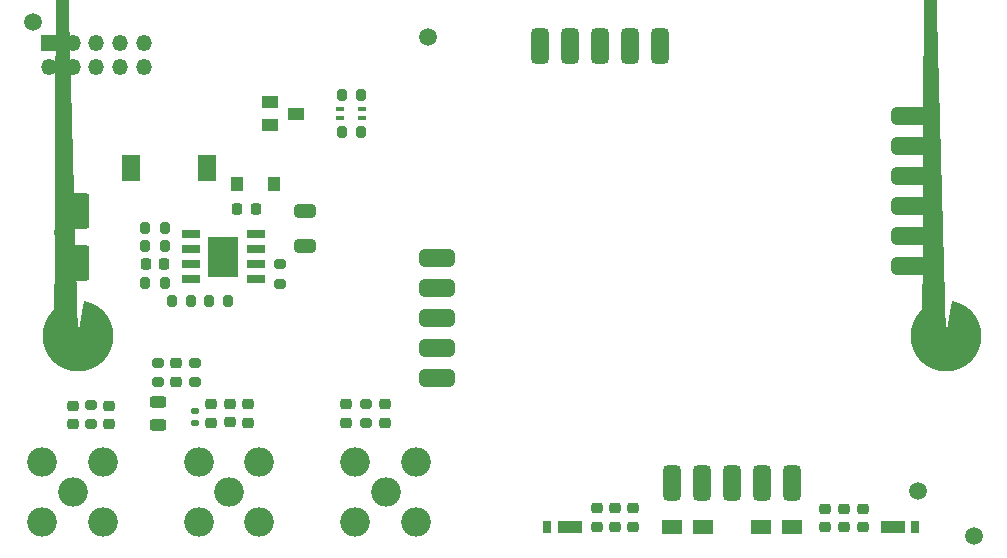
<source format=gts>
G04 #@! TF.GenerationSoftware,KiCad,Pcbnew,9.0.0*
G04 #@! TF.CreationDate,2025-09-02T13:29:40+03:00*
G04 #@! TF.ProjectId,GSM_SMA_V1.0,47534d5f-534d-4415-9f56-312e302e6b69,rev?*
G04 #@! TF.SameCoordinates,Original*
G04 #@! TF.FileFunction,Soldermask,Top*
G04 #@! TF.FilePolarity,Negative*
%FSLAX46Y46*%
G04 Gerber Fmt 4.6, Leading zero omitted, Abs format (unit mm)*
G04 Created by KiCad (PCBNEW 9.0.0) date 2025-09-02 13:29:40*
%MOMM*%
%LPD*%
G01*
G04 APERTURE LIST*
G04 Aperture macros list*
%AMRoundRect*
0 Rectangle with rounded corners*
0 $1 Rounding radius*
0 $2 $3 $4 $5 $6 $7 $8 $9 X,Y pos of 4 corners*
0 Add a 4 corners polygon primitive as box body*
4,1,4,$2,$3,$4,$5,$6,$7,$8,$9,$2,$3,0*
0 Add four circle primitives for the rounded corners*
1,1,$1+$1,$2,$3*
1,1,$1+$1,$4,$5*
1,1,$1+$1,$6,$7*
1,1,$1+$1,$8,$9*
0 Add four rect primitives between the rounded corners*
20,1,$1+$1,$2,$3,$4,$5,0*
20,1,$1+$1,$4,$5,$6,$7,0*
20,1,$1+$1,$6,$7,$8,$9,0*
20,1,$1+$1,$8,$9,$2,$3,0*%
%AMFreePoly0*
4,1,57,0.502519,2.957613,0.830507,2.882752,1.148050,2.771639,1.451157,2.625670,1.736014,2.446683,1.999040,2.236926,2.236926,1.999040,2.446683,1.736014,2.625670,1.451157,2.771639,1.148050,2.882752,0.830507,2.957613,0.502519,2.995280,0.168211,2.995280,-0.168211,2.957613,-0.502519,2.882752,-0.830507,2.771639,-1.148050,2.625670,-1.451157,2.446683,-1.736014,2.236926,-1.999040,
1.999040,-2.236926,1.736014,-2.446683,1.451157,-2.625670,1.148050,-2.771639,0.830507,-2.882752,0.502519,-2.957613,0.168211,-2.995280,-0.168211,-2.995280,-0.502519,-2.957613,-0.830507,-2.882752,-1.148050,-2.771639,-1.451157,-2.625670,-1.736014,-2.446683,-1.999040,-2.236926,-2.236926,-1.999040,-2.446683,-1.736014,-2.625670,-1.451157,-2.771639,-1.148050,-2.882752,-0.830507,-2.957613,-0.502519,
-2.995280,-0.168211,-2.995280,0.168211,-2.957613,0.502519,-2.882752,0.830507,-2.771639,1.148050,-2.625670,1.451157,-2.446683,1.736014,-2.236926,1.999040,-1.999040,2.236926,-1.736014,2.446683,-1.451157,2.625670,-1.148050,2.771639,-0.830507,2.882752,-0.502519,2.957613,-0.168211,2.995280,0.168211,2.995280,0.502519,2.957613,0.502519,2.957613,$1*%
G04 Aperture macros list end*
%ADD10RoundRect,0.225000X0.250000X-0.225000X0.250000X0.225000X-0.250000X0.225000X-0.250000X-0.225000X0*%
%ADD11RoundRect,0.225000X-0.250000X0.225000X-0.250000X-0.225000X0.250000X-0.225000X0.250000X0.225000X0*%
%ADD12C,1.500000*%
%ADD13RoundRect,0.225000X0.225000X0.250000X-0.225000X0.250000X-0.225000X-0.250000X0.225000X-0.250000X0*%
%ADD14R,1.400000X1.000000*%
%ADD15RoundRect,0.200000X-0.200000X-0.275000X0.200000X-0.275000X0.200000X0.275000X-0.200000X0.275000X0*%
%ADD16R,1.600000X2.200000*%
%ADD17RoundRect,0.200000X0.275000X-0.200000X0.275000X0.200000X-0.275000X0.200000X-0.275000X-0.200000X0*%
%ADD18R,1.120000X1.220000*%
%ADD19R,2.000000X1.100000*%
%ADD20R,0.800000X1.100000*%
%ADD21R,0.750000X0.400000*%
%ADD22FreePoly0,270.000000*%
%ADD23O,2.500000X2.500000*%
%ADD24RoundRect,0.250000X0.650000X-0.325000X0.650000X0.325000X-0.650000X0.325000X-0.650000X-0.325000X0*%
%ADD25R,1.800000X1.230000*%
%ADD26RoundRect,0.200000X0.200000X0.275000X-0.200000X0.275000X-0.200000X-0.275000X0.200000X-0.275000X0*%
%ADD27RoundRect,0.250000X-0.550000X1.250000X-0.550000X-1.250000X0.550000X-1.250000X0.550000X1.250000X0*%
%ADD28RoundRect,0.375000X1.125000X0.375000X-1.125000X0.375000X-1.125000X-0.375000X1.125000X-0.375000X0*%
%ADD29RoundRect,0.375000X-0.375000X1.125000X-0.375000X-1.125000X0.375000X-1.125000X0.375000X1.125000X0*%
%ADD30RoundRect,0.200000X-0.275000X0.200000X-0.275000X-0.200000X0.275000X-0.200000X0.275000X0.200000X0*%
%ADD31RoundRect,0.147500X-0.172500X0.147500X-0.172500X-0.147500X0.172500X-0.147500X0.172500X0.147500X0*%
%ADD32R,1.525000X0.700000*%
%ADD33R,2.560000X3.450000*%
%ADD34RoundRect,0.243750X0.456250X-0.243750X0.456250X0.243750X-0.456250X0.243750X-0.456250X-0.243750X0*%
%ADD35R,1.350000X1.350000*%
%ADD36O,1.350000X1.350000*%
G04 APERTURE END LIST*
D10*
X144950000Y-119650000D03*
X144950000Y-118100000D03*
D11*
X91360000Y-109255000D03*
X91360000Y-110805000D03*
D12*
X151190000Y-116610000D03*
D13*
X95135000Y-92700000D03*
X93585000Y-92700000D03*
D10*
X127080000Y-119615000D03*
X127080000Y-118065000D03*
D14*
X96390000Y-83691500D03*
X96390000Y-85591500D03*
X98590000Y-84641500D03*
D13*
X87405000Y-97390000D03*
X85855000Y-97390000D03*
D15*
X85805000Y-94320000D03*
X87455000Y-94320000D03*
D16*
X91020000Y-89250000D03*
X84620000Y-89250000D03*
D17*
X104510000Y-110855000D03*
X104510000Y-109205000D03*
D18*
X93580000Y-90580000D03*
X96680000Y-90580000D03*
D19*
X149070000Y-119655000D03*
D20*
X150970000Y-119655000D03*
D11*
X106130000Y-109265000D03*
X106130000Y-110815000D03*
D12*
X76280000Y-76920000D03*
D21*
X104150453Y-85050055D03*
X104150453Y-84250055D03*
X102300453Y-84250055D03*
X102300453Y-85050055D03*
D17*
X81180000Y-110955000D03*
X81180000Y-109305000D03*
D10*
X125540000Y-119615000D03*
X125540000Y-118065000D03*
D12*
X155970000Y-120400000D03*
D22*
X80130000Y-103490000D03*
D23*
X106140000Y-116690000D03*
X103565000Y-114115000D03*
X108715000Y-114115000D03*
X108715000Y-119265000D03*
X103565000Y-119265000D03*
D11*
X94510000Y-109255000D03*
X94510000Y-110805000D03*
D19*
X121740000Y-119610000D03*
D20*
X119840000Y-119610000D03*
D12*
X109760000Y-78190000D03*
D10*
X124010000Y-119610000D03*
X124010000Y-118060000D03*
D11*
X79650000Y-109365000D03*
X79650000Y-110915000D03*
D24*
X99310000Y-95825000D03*
X99310000Y-92875000D03*
D10*
X92940000Y-110785000D03*
X92940000Y-109235000D03*
D25*
X130410000Y-119620000D03*
X133030000Y-119620000D03*
D10*
X143360000Y-119650000D03*
X143360000Y-118100000D03*
D26*
X89705000Y-100510000D03*
X88055000Y-100510000D03*
D27*
X80280000Y-92930000D03*
X80280000Y-97330000D03*
D22*
X153630000Y-103490000D03*
D28*
X110470000Y-107010000D03*
X110470000Y-104470000D03*
X110470000Y-101930000D03*
X110470000Y-99390000D03*
X110470000Y-96850000D03*
D29*
X119260000Y-78900000D03*
X121800000Y-78900000D03*
X124340000Y-78900000D03*
X126880000Y-78900000D03*
X129420000Y-78900000D03*
D28*
X150480000Y-84880000D03*
X150480000Y-87420000D03*
X150480000Y-89960000D03*
X150480000Y-92500000D03*
X150480000Y-95040000D03*
X150480000Y-97580000D03*
D29*
X140570000Y-115900000D03*
X138030000Y-115900000D03*
X135490000Y-115900000D03*
X132950000Y-115900000D03*
X130410000Y-115900000D03*
D11*
X82740000Y-109370000D03*
X82740000Y-110920000D03*
D15*
X85815000Y-98950000D03*
X87465000Y-98950000D03*
X102428933Y-83109673D03*
X104078933Y-83109673D03*
D26*
X87455000Y-95850000D03*
X85805000Y-95850000D03*
D30*
X97192000Y-97390000D03*
X97192000Y-99040000D03*
D23*
X92890000Y-116690000D03*
X90315000Y-114115000D03*
X95465000Y-114115000D03*
X95465000Y-119265000D03*
X90315000Y-119265000D03*
D11*
X102810000Y-109255000D03*
X102810000Y-110805000D03*
D31*
X89970000Y-109845000D03*
X89970000Y-110815000D03*
D32*
X89708000Y-94855000D03*
X89708000Y-96125000D03*
X89708000Y-97395000D03*
X89708000Y-98665000D03*
X95132000Y-98665000D03*
X95132000Y-97395000D03*
X95132000Y-96125000D03*
X95132000Y-94855000D03*
D33*
X92420000Y-96760000D03*
D34*
X86910000Y-110977500D03*
X86910000Y-109102500D03*
D25*
X140570000Y-119650000D03*
X137950000Y-119650000D03*
D23*
X79640000Y-116690000D03*
X77065000Y-114115000D03*
X82215000Y-114115000D03*
X82215000Y-119265000D03*
X77065000Y-119265000D03*
D26*
X104100000Y-86240000D03*
X102450000Y-86240000D03*
D17*
X86890000Y-107395000D03*
X86890000Y-105745000D03*
D30*
X89970000Y-105745000D03*
X89970000Y-107395000D03*
D10*
X146530000Y-119650000D03*
X146530000Y-118100000D03*
D15*
X91155000Y-100510000D03*
X92805000Y-100510000D03*
D11*
X88430000Y-105795000D03*
X88430000Y-107345000D03*
D35*
X77650000Y-78670000D03*
D36*
X77650000Y-80670000D03*
X79650000Y-78670000D03*
X79650000Y-80670000D03*
X81650000Y-78670000D03*
X81650000Y-80670000D03*
X83650000Y-78670000D03*
X83650000Y-80670000D03*
X85650000Y-78670000D03*
X85650000Y-80670000D03*
M02*

</source>
